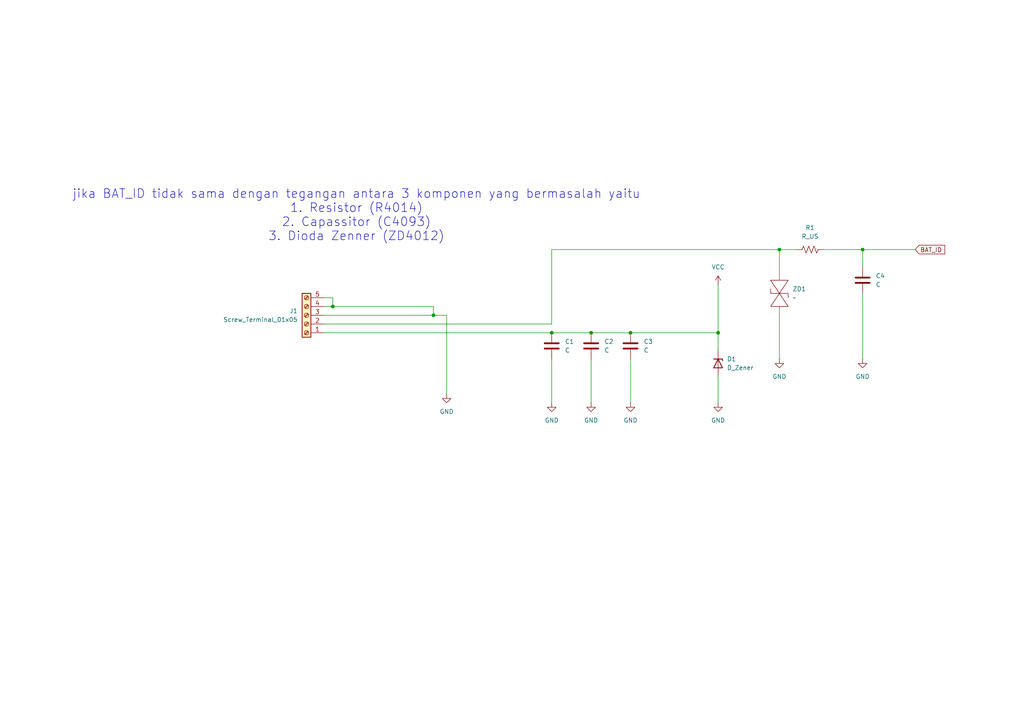
<source format=kicad_sch>
(kicad_sch (version 20250114) (generator "eeschema") (generator_version "9.0")
  (paper "A4")
  (lib_symbols
    (symbol "Connector:Screw_Terminal_01x05" (pin_names (offset 1.016) (hide yes))
      (property "Reference" "J1" (at 2.54 1.2701 0))
      (property "Value" "Screw_Terminal_01x05" (at 2.54 -1.2699 0))
      (symbol "Screw_Terminal_01x05_1_1"
        (rectangle (start -1.27 6.35) (end 1.27 -6.35) (stroke (width 0.254)) (fill (type background)))
        (polyline (pts (xy -0.5334 5.4102) (xy 0.3302 4.572)) (stroke (width 0.1524)))
        (polyline (pts (xy -0.5334 2.8702) (xy 0.3302 2.032)) (stroke (width 0.1524)))
        (polyline (pts (xy -0.5334 0.3302) (xy 0.3302 -0.508)) (stroke (width 0.1524)))
        (polyline (pts (xy -0.5334 -2.2098) (xy 0.3302 -3.048)) (stroke (width 0.1524)))
        (polyline (pts (xy -0.5334 -4.7498) (xy 0.3302 -5.588)) (stroke (width 0.1524)))
        (polyline (pts (xy -0.3556 5.588) (xy 0.508 4.7498)) (stroke (width 0.1524)))
        (polyline (pts (xy -0.3556 3.048) (xy 0.508 2.2098)) (stroke (width 0.1524)))
        (polyline (pts (xy -0.3556 0.508) (xy 0.508 -0.3302)) (stroke (width 0.1524)))
        (polyline (pts (xy -0.3556 -2.032) (xy 0.508 -2.8702)) (stroke (width 0.1524)))
        (polyline (pts (xy -0.3556 -4.572) (xy 0.508 -5.4102)) (stroke (width 0.1524)))
        (circle (center 0 5.08) (radius 0.635) (stroke (width 0.1524)))
        (circle (center 0 2.54) (radius 0.635) (stroke (width 0.1524)))
        (circle (center 0 0) (radius 0.635) (stroke (width 0.1524)))
        (circle (center 0 -2.54) (radius 0.635) (stroke (width 0.1524)))
        (circle (center 0 -5.08) (radius 0.635) (stroke (width 0.1524)))
        (pin passive line (at -5.08 5.08 0) (length 3.81) (name "Pin_1") (number "5"))
        (pin passive line (at -5.08 2.54 0) (length 3.81) (name "Pin_2") (number "4"))
        (pin passive line (at -5.08 0 0) (length 3.81) (name "Pin_3") (number "3"))
        (pin passive line (at -5.08 -2.54 0) (length 3.81) (name "Pin_4") (number "2"))
        (pin passive line (at -5.08 -5.08 0) (length 3.81) (name "Pin_5") (number "1"))
      )
    )
    (symbol "Device:C" (pin_numbers (hide yes)) (pin_names (offset 0.254))
      (property "Reference" "C" (at 0.635 2.54 0))
      (property "Value" "C" (at 0.635 -2.54 0))
      (symbol "C_0_1"
        (polyline (pts (xy -2.032 0.762) (xy 2.032 0.762)) (stroke (width 0.508)))
        (polyline (pts (xy -2.032 -0.762) (xy 2.032 -0.762)) (stroke (width 0.508)))
      )
      (symbol "C_1_1"
        (pin passive line (at 0 3.81 270) (length 2.794) (name "~") (number "1"))
        (pin passive line (at 0 -3.81 90) (length 2.794) (name "~") (number "2"))
      )
    )
    (symbol "Device:D_Zener" (pin_numbers (hide yes)) (pin_names (offset 1.016) (hide yes))
      (property "Reference" "D" (at 0 2.54 0))
      (property "Value" "D_Zener" (at 0 -2.54 0))
      (symbol "D_Zener_0_1"
        (polyline (pts (xy -1.27 -1.27) (xy -1.27 1.27) (xy -0.762 1.27)) (stroke (width 0.254)))
        (polyline (pts (xy 1.27 0) (xy -1.27 0)))
        (polyline (pts (xy 1.27 -1.27) (xy 1.27 1.27) (xy -1.27 0) (xy 1.27 -1.27)) (stroke (width 0.254)))
      )
      (symbol "D_Zener_1_1"
        (pin passive line (at -3.81 0 0) (length 2.54) (name "K") (number "1"))
        (pin passive line (at 3.81 0 180) (length 2.54) (name "A") (number "2"))
      )
    )
    (symbol "Device:R_US" (pin_numbers (hide yes)) (pin_names (offset 0))
      (property "Reference" "R" (at 2.54 0 90))
      (property "Value" "R_US" (at -2.54 0 90))
      (symbol "R_US_0_1"
        (polyline (pts (xy 0 2.286) (xy 0 2.54)))
        (polyline (pts (xy 0 2.286) (xy 1.016 1.905) (xy 0 1.524) (xy -1.016 1.143) (xy 0 0.762)))
        (polyline (pts (xy 0 0.762) (xy 1.016 0.381) (xy 0 0) (xy -1.016 -0.381) (xy 0 -0.762)))
        (polyline (pts (xy 0 -0.762) (xy 1.016 -1.143) (xy 0 -1.524) (xy -1.016 -1.905) (xy 0 -2.286)))
        (polyline (pts (xy 0 -2.286) (xy 0 -2.54)))
      )
      (symbol "R_US_1_1"
        (pin passive line (at 0 3.81 270) (length 1.27) (name "~") (number "1"))
        (pin passive line (at 0 -3.81 90) (length 1.27) (name "~") (number "2"))
      )
    )
    (symbol "diodazd:zd4012"
      (property "Reference" "ZD4012" (at 4.318 -0.254 90))
      (symbol "zd4012_0_1"
        (polyline (pts (xy -2.54 6.35) (xy -2.54 6.35)))
        (polyline (pts (xy -2.54 6.35) (xy 2.54 6.35) (xy 0 2.54) (xy -2.54 6.35)))
        (polyline (pts (xy 0 2.54) (xy -2.54 2.54) (xy -2.54 3.81)))
        (polyline (pts (xy 0 2.54) (xy -2.54 -1.27) (xy 1.27 -1.27)))
        (polyline (pts (xy 0 2.54) (xy 2.54 2.54) (xy 2.54 1.27)))
        (polyline (pts (xy 1.27 -1.27) (xy 2.54 -1.27)))
        (polyline (pts (xy 2.54 -1.27) (xy 0 2.54)))
      )
    )
    (symbol "power:GND" (power) (pin_numbers (hide yes)) (pin_names (offset 0) (hide yes))
      (property "Value" "GND" (at 0 -3.81 0))
      (symbol "GND_0_1"
        (polyline (pts (xy 0 0) (xy 0 -1.27) (xy 1.27 -1.27) (xy 0 -2.54) (xy -1.27 -1.27) (xy 0 -1.27)))
      )
      (symbol "GND_1_1"
        (pin power_in line (at 0 0 270) (length 0) (name "~") (number "1"))
      )
    )
    (symbol "power:VCC" (power) (pin_numbers (hide yes)) (pin_names (offset 0) (hide yes))
      (property "Value" "VCC" (at 0 3.556 0))
      (symbol "VCC_0_1"
        (polyline (pts (xy -0.762 1.27) (xy 0 2.54)))
        (polyline (pts (xy 0 2.54) (xy 0.762 1.27)))
        (polyline (pts (xy 0 0) (xy 0 2.54)))
      )
      (symbol "VCC_1_1"
        (pin power_in line (at 0 0 90) (length 0) (name "~") (number "1"))
      )
    )
  )
  (text "jika BAT_ID tidak sama dengan tegangan antara 3 komponen yang bermasalah yaitu\n1. Resistor (R4014)\n2. Capassitor (C4093)\n3. Dioda Zenner (ZD4012)" (at 103.378 62.484 0) (effects (font (size 2.54 2.54))))
  (junction (at 125.73 91.44))
  (junction (at 226.06 72.39))
  (junction (at 250.19 72.39))
  (junction (at 182.88 96.52))
  (junction (at 160.02 96.52))
  (junction (at 208.28 96.52))
  (junction (at 96.52 88.9))
  (junction (at 171.45 96.52))
  (wire (pts (xy 208.28 82.55) (xy 208.28 96.52)))
  (wire (pts (xy 171.45 104.14) (xy 171.45 116.84)))
  (wire (pts (xy 182.88 104.14) (xy 182.88 116.84)))
  (wire (pts (xy 160.02 72.39) (xy 226.06 72.39)))
  (wire (pts (xy 93.98 88.9) (xy 96.52 88.9)))
  (wire (pts (xy 171.45 96.52) (xy 182.88 96.52)))
  (wire (pts (xy 208.28 96.52) (xy 208.28 101.6)))
  (wire (pts (xy 129.54 91.44) (xy 129.54 114.3)))
  (wire (pts (xy 160.02 96.52) (xy 171.45 96.52)))
  (wire (pts (xy 250.19 77.47) (xy 250.19 72.39)))
  (wire (pts (xy 208.28 109.22) (xy 208.28 116.84)))
  (wire (pts (xy 96.52 88.9) (xy 125.73 88.9)))
  (wire (pts (xy 125.73 88.9) (xy 125.73 91.44)))
  (wire (pts (xy 93.98 91.44) (xy 125.73 91.44)))
  (wire (pts (xy 160.02 93.98) (xy 160.02 72.39)))
  (wire (pts (xy 160.02 104.14) (xy 160.02 116.84)))
  (wire (pts (xy 182.88 96.52) (xy 208.28 96.52)))
  (wire (pts (xy 226.06 88.9) (xy 226.06 104.14)))
  (wire (pts (xy 250.19 85.09) (xy 250.19 104.14)))
  (wire (pts (xy 93.98 93.98) (xy 160.02 93.98)))
  (wire (pts (xy 226.06 72.39) (xy 231.14 72.39)))
  (wire (pts (xy 96.52 86.36) (xy 96.52 88.9)))
  (wire (pts (xy 93.98 96.52) (xy 160.02 96.52)))
  (wire (pts (xy 125.73 91.44) (xy 129.54 91.44)))
  (wire (pts (xy 226.06 72.39) (xy 226.06 81.28)))
  (wire (pts (xy 93.98 86.36) (xy 96.52 86.36)))
  (wire (pts (xy 238.76 72.39) (xy 250.19 72.39)))
  (wire (pts (xy 250.19 72.39) (xy 265.43 72.39)))
  (global_label "BAT_ID" (shape input) (at 265.43 72.39 0) (property "Intersheetrefs" "${INTERSHEET_REFS}" (effects (hide yes))))
  (symbol (lib_id "Device:D_Zener") (at 208.28 105.41 270) (unit 1)
    (property "Reference" "D1" (at 210.82 104.1399 90) (effects (justify left)))
    (property "Value" "D_Zener" (at 210.82 106.6799 90) (effects (justify left)))
    (property "Description" "Zener diode" (effects (hide yes)))
  )
  (symbol (lib_id "Device:R_US") (at 234.95 72.39 90) (unit 1)
    (property "Reference" "R1" (at 234.95 66.04 90))
    (property "Value" "R_US" (at 234.95 68.58 90))
    (property "Description" "Resistor, US symbol" (effects (hide yes)))
  )
  (symbol (lib_id "power:GND") (at 250.19 104.14 0) (unit 1)
    (property "Reference" "#PWR06" (effects (hide yes)))
    (property "Value" "GND" (at 250.19 109.22 0))
    (property "Description" "Power symbol creates a global label with name \"GND\" , ground" (effects (hide yes)))
  )
  (symbol (lib_id "power:GND") (at 129.54 114.3 0) (unit 1)
    (property "Reference" "#PWR01" (effects (hide yes)))
    (property "Value" "GND" (at 129.54 119.38 0))
    (property "Description" "Power symbol creates a global label with name \"GND\" , ground" (effects (hide yes)))
  )
  (symbol (lib_id "Device:C") (at 182.88 100.33 0) (unit 1)
    (property "Reference" "C3" (at 186.69 99.0599 0) (effects (justify left)))
    (property "Value" "C" (at 186.69 101.5999 0) (effects (justify left)))
    (property "Description" "Unpolarized capacitor" (effects (hide yes)))
  )
  (symbol (lib_id "Device:C") (at 160.02 100.33 0) (unit 1)
    (property "Reference" "C1" (at 163.83 99.0599 0) (effects (justify left)))
    (property "Value" "C" (at 163.83 101.5999 0) (effects (justify left)))
    (property "Description" "Unpolarized capacitor" (effects (hide yes)))
  )
  (symbol (lib_id "power:VCC") (at 208.28 82.55 0) (unit 1)
    (property "Reference" "#PWR07" (effects (hide yes)))
    (property "Value" "VCC" (at 208.28 77.47 0))
    (property "Description" "Power symbol creates a global label with name \"VCC\"" (effects (hide yes)))
  )
  (symbol (lib_id "power:GND") (at 226.06 104.14 0) (unit 1)
    (property "Reference" "#PWR05" (effects (hide yes)))
    (property "Value" "GND" (at 226.06 109.22 0))
    (property "Description" "Power symbol creates a global label with name \"GND\" , ground" (effects (hide yes)))
  )
  (symbol (lib_id "power:GND") (at 171.45 116.84 0) (unit 1)
    (property "Reference" "#PWR03" (effects (hide yes)))
    (property "Value" "GND" (at 171.45 121.92 0))
    (property "Description" "Power symbol creates a global label with name \"GND\" , ground" (effects (hide yes)))
  )
  (symbol (lib_id "Device:C") (at 250.19 81.28 0) (unit 1)
    (property "Reference" "C4" (at 254 80.0099 0) (effects (justify left)))
    (property "Value" "C" (at 254 82.5499 0) (effects (justify left)))
    (property "Description" "Unpolarized capacitor" (effects (hide yes)))
  )
  (symbol (lib_id "power:GND") (at 182.88 116.84 0) (unit 1)
    (property "Reference" "#PWR04" (effects (hide yes)))
    (property "Value" "GND" (at 182.88 121.92 0))
    (property "Description" "Power symbol creates a global label with name \"GND\" , ground" (effects (hide yes)))
  )
  (symbol (lib_id "Connector:Screw_Terminal_01x05") (at 88.9 91.44 0) (mirror y) (unit 1)
    (property "Reference" "J1" (at 86.36 90.1699 0) (effects (justify left)))
    (property "Value" "Screw_Terminal_01x05" (at 86.36 92.7099 0) (effects (justify left)))
    (property "Footprint" "TerminalBlock:TerminalBlock_MaiXu_MX126-5.0-05P_1x05_P5.00mm" (effects (hide yes)))
    (property "Description" "Generic screw terminal, single row, 01x05, script generated (kicad-library-utils/schlib/autogen/connector/)" (effects (hide yes)))
  )
  (symbol (lib_id "power:GND") (at 160.02 116.84 0) (unit 1)
    (property "Reference" "#PWR02" (effects (hide yes)))
    (property "Value" "GND" (at 160.02 121.92 0))
    (property "Description" "Power symbol creates a global label with name \"GND\" , ground" (effects (hide yes)))
  )
  (symbol (lib_id "Device:C") (at 171.45 100.33 0) (unit 1)
    (property "Reference" "C2" (at 175.26 99.0599 0) (effects (justify left)))
    (property "Value" "C" (at 175.26 101.5999 0) (effects (justify left)))
    (property "Description" "Unpolarized capacitor" (effects (hide yes)))
  )
  (symbol (lib_id "power:GND") (at 208.28 116.84 0) (unit 1)
    (property "Reference" "#PWR08" (effects (hide yes)))
    (property "Value" "GND" (at 208.28 121.92 0))
    (property "Description" "Power symbol creates a global label with name \"GND\" , ground" (effects (hide yes)))
  )
  (symbol (lib_id "diodazd:zd4012") (at 226.06 87.63 0) (unit 1)
    (property "Reference" "ZD1" (at 229.87 83.8199 0) (effects (justify left)))
    (property "Value" "~" (at 229.87 86.3599 0) (effects (justify left)))
  )
)
</source>
